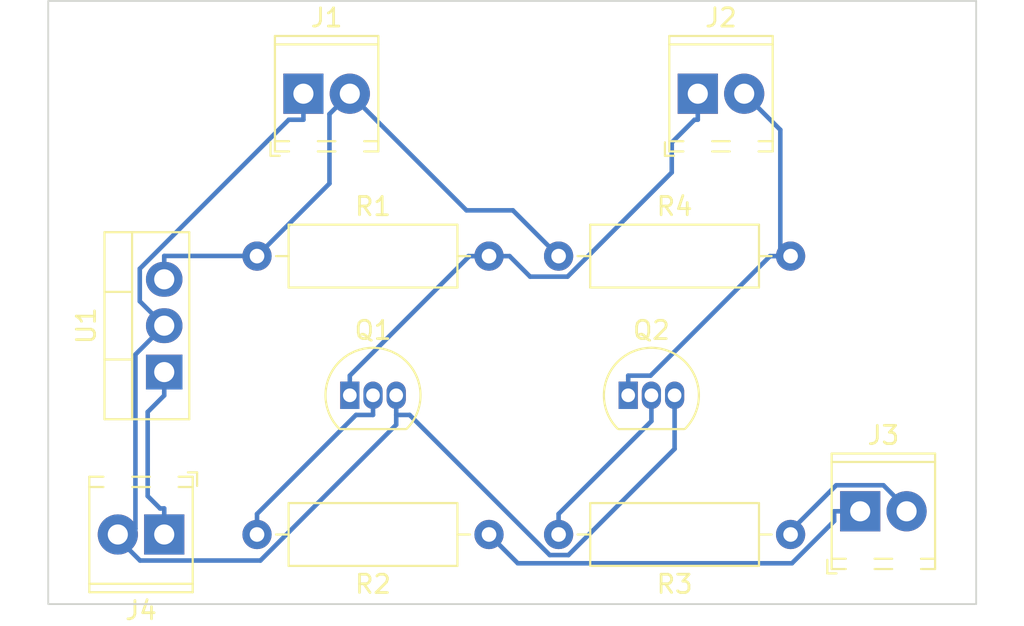
<source format=kicad_pcb>
(kicad_pcb (version 20211014) (generator pcbnew)
  (layers (0 "F.Cu" signal) (31 "B.Cu" signal) (34 "B.Paste" user) (35 "F.Paste" user) (36 "B.SilkS" user "B.Silkscreen") (37 "F.SilkS" user "F.Silkscreen") (38 "B.Mask" user) (39 "F.Mask" user) (44 "Edge.Cuts" user))
  (net 0 "")
  (net 1 "Rele_IN1")
  (net 2 "Motor_GND")
  (net 3 "Net-(Q1-Pad2)")
  (net 4 "Rele_IN2")
  (net 5 "Net-(Q2-Pad2)")
  (net 6 "Rele_VCC")
  (net 7 "PIN_D3")
  (net 8 "PIN_D4")
  (net 9 "+6V")
  (footprint "Package_TO_SOT_THT:TO-92_Inline" (layer "F.Cu") (at 171.45 67.31)
    (fp_text reference "Q1" (at 1.27 -3.56) (layer "F.SilkS"))
    (fp_text value "BC548")
    (fp_line (start -0.53 1.85) (end 3.07 1.85) (layer "F.SilkS") (width 0.12))
    (fp_arc (start 1.27 -2.6) (mid 3.672087 -0.994977) (end 3.108478 1.838478) (layer "F.SilkS") (width 0.12))
    (fp_arc (start -0.568478 1.838478) (mid -1.132087 -0.994977) (end 1.27 -2.6) (layer "F.SilkS") (width 0.12))
    (pad "1" thru_hole rect locked (at 0 0) (size 1.05 1.5) (drill 0.75) (layers *.Cu *.Mask) (net 1 "Rele_IN1"))
    (pad "2" thru_hole oval locked (at 1.27 0) (size 1.05 1.5) (drill 0.75) (layers *.Cu *.Mask) (net 3 "Net-(Q1-Pad2)"))
    (pad "3" thru_hole oval locked (at 2.54 0) (size 1.05 1.5) (drill 0.75) (layers *.Cu *.Mask) (net 2 "Motor_GND"))
  )
  (footprint "Package_TO_SOT_THT:TO-92_Inline" (layer "F.Cu") (at 186.69 67.31)
    (fp_text reference "Q2" (at 1.27 -3.56) (layer "F.SilkS"))
    (fp_text value "BC548")
    (fp_line (start -0.53 1.85) (end 3.07 1.85) (layer "F.SilkS") (width 0.12))
    (fp_arc (start 1.27 -2.6) (mid 3.672087 -0.994977) (end 3.108478 1.838478) (layer "F.SilkS") (width 0.12))
    (fp_arc (start -0.568478 1.838478) (mid -1.132087 -0.994977) (end 1.27 -2.6) (layer "F.SilkS") (width 0.12))
    (pad "1" thru_hole rect locked (at 0 0) (size 1.05 1.5) (drill 0.75) (layers *.Cu *.Mask) (net 4 "Rele_IN2"))
    (pad "2" thru_hole oval locked (at 1.27 0) (size 1.05 1.5) (drill 0.75) (layers *.Cu *.Mask) (net 5 "Net-(Q2-Pad2)"))
    (pad "3" thru_hole oval locked (at 2.54 0) (size 1.05 1.5) (drill 0.75) (layers *.Cu *.Mask) (net 2 "Motor_GND"))
  )
  (footprint "Resistor_THT:R_Axial_DIN0309_L9.0mm_D3.2mm_P12.70mm_Horizontal" (layer "F.Cu") (at 166.37 59.69)
    (fp_text reference "R1" (at 6.35 -2.72) (layer "F.SilkS"))
    (fp_text value "220")
    (fp_line (start 10.97 1.72) (end 10.97 -1.72) (layer "F.SilkS") (width 0.12))
    (fp_line (start 11.66 0) (end 10.97 0) (layer "F.SilkS") (width 0.12))
    (fp_line (start 10.97 -1.72) (end 1.73 -1.72) (layer "F.SilkS") (width 0.12))
    (fp_line (start 1.73 -1.72) (end 1.73 1.72) (layer "F.SilkS") (width 0.12))
    (fp_line (start 1.04 0) (end 1.73 0) (layer "F.SilkS") (width 0.12))
    (fp_line (start 1.73 1.72) (end 10.97 1.72) (layer "F.SilkS") (width 0.12))
    (pad "1" thru_hole circle locked (at 0 0) (size 1.6 1.6) (drill 0.8) (layers *.Cu *.Mask) (net 6 "Rele_VCC"))
    (pad "2" thru_hole oval locked (at 12.7 0) (size 1.6 1.6) (drill 0.8) (layers *.Cu *.Mask) (net 1 "Rele_IN1"))
  )
  (footprint "Resistor_THT:R_Axial_DIN0309_L9.0mm_D3.2mm_P12.70mm_Horizontal" (layer "F.Cu") (at 179.07 74.93 180)
    (fp_text reference "R2" (at 6.35 -2.72) (layer "F.SilkS"))
    (fp_text value "2k2")
    (fp_line (start 11.66 0) (end 10.97 0) (layer "F.SilkS") (width 0.12))
    (fp_line (start 10.97 -1.72) (end 1.73 -1.72) (layer "F.SilkS") (width 0.12))
    (fp_line (start 1.73 -1.72) (end 1.73 1.72) (layer "F.SilkS") (width 0.12))
    (fp_line (start 1.04 0) (end 1.73 0) (layer "F.SilkS") (width 0.12))
    (fp_line (start 10.97 1.72) (end 10.97 -1.72) (layer "F.SilkS") (width 0.12))
    (fp_line (start 1.73 1.72) (end 10.97 1.72) (layer "F.SilkS") (width 0.12))
    (pad "1" thru_hole circle locked (at 0 0 180) (size 1.6 1.6) (drill 0.8) (layers *.Cu *.Mask) (net 7 "PIN_D3"))
    (pad "2" thru_hole oval locked (at 12.7 0 180) (size 1.6 1.6) (drill 0.8) (layers *.Cu *.Mask) (net 3 "Net-(Q1-Pad2)"))
  )
  (footprint "Resistor_THT:R_Axial_DIN0309_L9.0mm_D3.2mm_P12.70mm_Horizontal" (layer "F.Cu") (at 195.58 74.93 180)
    (fp_text reference "R3" (at 6.35 -2.72) (layer "F.SilkS"))
    (fp_text value "2k2")
    (fp_line (start 10.97 -1.72) (end 1.73 -1.72) (layer "F.SilkS") (width 0.12))
    (fp_line (start 11.66 0) (end 10.97 0) (layer "F.SilkS") (width 0.12))
    (fp_line (start 1.73 1.72) (end 10.97 1.72) (layer "F.SilkS") (width 0.12))
    (fp_line (start 1.04 0) (end 1.73 0) (layer "F.SilkS") (width 0.12))
    (fp_line (start 1.73 -1.72) (end 1.73 1.72) (layer "F.SilkS") (width 0.12))
    (fp_line (start 10.97 1.72) (end 10.97 -1.72) (layer "F.SilkS") (width 0.12))
    (pad "1" thru_hole circle locked (at 0 0 180) (size 1.6 1.6) (drill 0.8) (layers *.Cu *.Mask) (net 8 "PIN_D4"))
    (pad "2" thru_hole oval locked (at 12.7 0 180) (size 1.6 1.6) (drill 0.8) (layers *.Cu *.Mask) (net 5 "Net-(Q2-Pad2)"))
  )
  (footprint "Resistor_THT:R_Axial_DIN0309_L9.0mm_D3.2mm_P12.70mm_Horizontal" (layer "F.Cu") (at 182.88 59.69)
    (fp_text reference "R4" (at 6.35 -2.72) (layer "F.SilkS"))
    (fp_text value "220")
    (fp_line (start 10.97 1.72) (end 10.97 -1.72) (layer "F.SilkS") (width 0.12))
    (fp_line (start 10.97 -1.72) (end 1.73 -1.72) (layer "F.SilkS") (width 0.12))
    (fp_line (start 1.73 -1.72) (end 1.73 1.72) (layer "F.SilkS") (width 0.12))
    (fp_line (start 11.66 0) (end 10.97 0) (layer "F.SilkS") (width 0.12))
    (fp_line (start 1.73 1.72) (end 10.97 1.72) (layer "F.SilkS") (width 0.12))
    (fp_line (start 1.04 0) (end 1.73 0) (layer "F.SilkS") (width 0.12))
    (pad "1" thru_hole circle locked (at 0 0) (size 1.6 1.6) (drill 0.8) (layers *.Cu *.Mask) (net 6 "Rele_VCC"))
    (pad "2" thru_hole oval locked (at 12.7 0) (size 1.6 1.6) (drill 0.8) (layers *.Cu *.Mask) (net 4 "Rele_IN2"))
  )
  (footprint "Package_TO_SOT_THT:TO-220-3_Vertical" (layer "F.Cu") (at 161.29 66.04 90)
    (fp_text reference "U1" (at 2.54 -4.27 90) (layer "F.SilkS"))
    (fp_text value "L7805")
    (fp_line (start -2.58 -3.27) (end 7.66 -3.27) (layer "F.SilkS") (width 0.12))
    (fp_line (start -2.58 -1.76) (end 7.66 -1.76) (layer "F.SilkS") (width 0.12))
    (fp_line (start 0.69 -3.27) (end 0.69 -1.76) (layer "F.SilkS") (width 0.12))
    (fp_line (start -2.58 1.371) (end 7.66 1.371) (layer "F.SilkS") (width 0.12))
    (fp_line (start 7.66 -3.27) (end 7.66 1.371) (layer "F.SilkS") (width 0.12))
    (fp_line (start -2.58 -3.27) (end -2.58 1.371) (layer "F.SilkS") (width 0.12))
    (fp_line (start 4.391 -3.27) (end 4.391 -1.76) (layer "F.SilkS") (width 0.12))
    (pad "1" thru_hole rect locked (at 0 0 90) (size 1.905 2) (drill 1.1) (layers *.Cu *.Mask) (net 9 "+6V"))
    (pad "2" thru_hole oval locked (at 2.54 0 90) (size 1.905 2) (drill 1.1) (layers *.Cu *.Mask) (net 2 "Motor_GND"))
    (pad "3" thru_hole oval locked (at 5.08 0 90) (size 1.905 2) (drill 1.1) (layers *.Cu *.Mask) (net 6 "Rele_VCC"))
  )
  (footprint "TerminalBlock_Phoenix:TerminalBlock_Phoenix_MPT-0,5-2-2.54_1x02_P2.54mm_Horizontal" (layer "F.Cu") (at 168.91 50.8)
    (fp_text reference "J1" (at 1.27 -4.16) (layer "F.SilkS"))
    (fp_text value "Conn_01x02_Female")
    (fp_line (start -1.56 2.6) (end -0.79 2.6) (layer "F.SilkS") (width 0.12))
    (fp_line (start -1.8 2.66) (end -1.8 3.4) (layer "F.SilkS") (width 0.12))
    (fp_line (start 4.1 -3.16) (end 4.1 3.16) (layer "F.SilkS") (width 0.12))
    (fp_line (start -1.56 -3.16) (end 4.1 -3.16) (layer "F.SilkS") (width 0.12))
    (fp_line (start -1.56 -2.7) (end 4.1 -2.7) (layer "F.SilkS") (width 0.12))
    (fp_line (start 0.79 2.6) (end 1.75 2.6) (layer "F.SilkS") (width 0.12))
    (fp_line (start -1.56 -3.16) (end -1.56 3.16) (layer "F.SilkS") (width 0.12))
    (fp_line (start 3.33 3.16) (end 4.1 3.16) (layer "F.SilkS") (width 0.12))
    (fp_line (start 3.33 2.6) (end 4.1 2.6) (layer "F.SilkS") (width 0.12))
    (fp_line (start 0.79 3.16) (end 1.75 3.16) (layer "F.SilkS") (width 0.12))
    (fp_line (start -1.8 3.4) (end -1.3 3.4) (layer "F.SilkS") (width 0.12))
    (fp_line (start -1.56 3.16) (end -0.79 3.16) (layer "F.SilkS") (width 0.12))
    (pad "" np_thru_hole circle locked (at 0 2.54) (size 1.1 1.1) (drill 1.1) (layers *.Cu *.Mask))
    (pad "" np_thru_hole circle locked (at 2.54 2.54) (size 1.1 1.1) (drill 1.1) (layers *.Cu *.Mask))
    (pad "1" thru_hole rect locked (at 0 0) (size 2.2 2.2) (drill 1.1) (layers *.Cu *.Mask) (net 2 "Motor_GND"))
    (pad "2" thru_hole circle locked (at 2.54 0) (size 2.2 2.2) (drill 1.1) (layers *.Cu *.Mask) (net 6 "Rele_VCC"))
  )
  (footprint "TerminalBlock_Phoenix:TerminalBlock_Phoenix_MPT-0,5-2-2.54_1x02_P2.54mm_Horizontal" (layer "F.Cu") (at 190.5 50.8)
    (fp_text reference "J2" (at 1.27 -4.16) (layer "F.SilkS"))
    (fp_text value "Conn_01x02_Female")
    (fp_line (start -1.8 2.66) (end -1.8 3.4) (layer "F.SilkS") (width 0.12))
    (fp_line (start -1.56 -3.16) (end -1.56 3.16) (layer "F.SilkS") (width 0.12))
    (fp_line (start -1.56 2.6) (end -0.79 2.6) (layer "F.SilkS") (width 0.12))
    (fp_line (start 0.79 3.16) (end 1.75 3.16) (layer "F.SilkS") (width 0.12))
    (fp_line (start 3.33 3.16) (end 4.1 3.16) (layer "F.SilkS") (width 0.12))
    (fp_line (start 4.1 -3.16) (end 4.1 3.16) (layer "F.SilkS") (width 0.12))
    (fp_line (start -1.56 3.16) (end -0.79 3.16) (layer "F.SilkS") (width 0.12))
    (fp_line (start -1.8 3.4) (end -1.3 3.4) (layer "F.SilkS") (width 0.12))
    (fp_line (start 0.79 2.6) (end 1.75 2.6) (layer "F.SilkS") (width 0.12))
    (fp_line (start -1.56 -3.16) (end 4.1 -3.16) (layer "F.SilkS") (width 0.12))
    (fp_line (start 3.33 2.6) (end 4.1 2.6) (layer "F.SilkS") (width 0.12))
    (fp_line (start -1.56 -2.7) (end 4.1 -2.7) (layer "F.SilkS") (width 0.12))
    (pad "" np_thru_hole circle locked (at 2.54 2.54) (size 1.1 1.1) (drill 1.1) (layers *.Cu *.Mask))
    (pad "" np_thru_hole circle locked (at 0 2.54) (size 1.1 1.1) (drill 1.1) (layers *.Cu *.Mask))
    (pad "1" thru_hole rect locked (at 0 0) (size 2.2 2.2) (drill 1.1) (layers *.Cu *.Mask) (net 1 "Rele_IN1"))
    (pad "2" thru_hole circle locked (at 2.54 0) (size 2.2 2.2) (drill 1.1) (layers *.Cu *.Mask) (net 4 "Rele_IN2"))
  )
  (footprint "TerminalBlock_Phoenix:TerminalBlock_Phoenix_MPT-0,5-2-2.54_1x02_P2.54mm_Horizontal" (layer "F.Cu") (at 199.39 73.66)
    (fp_text reference "J3" (at 1.27 -4.16) (layer "F.SilkS"))
    (fp_text value "Conn_01x02_Female")
    (fp_line (start -1.56 3.16) (end -0.79 3.16) (layer "F.SilkS") (width 0.12))
    (fp_line (start -1.56 -3.16) (end 4.1 -3.16) (layer "F.SilkS") (width 0.12))
    (fp_line (start 0.79 2.6) (end 1.75 2.6) (layer "F.SilkS") (width 0.12))
    (fp_line (start -1.56 -3.16) (end -1.56 3.16) (layer "F.SilkS") (width 0.12))
    (fp_line (start -1.8 2.66) (end -1.8 3.4) (layer "F.SilkS") (width 0.12))
    (fp_line (start -1.56 -2.7) (end 4.1 -2.7) (layer "F.SilkS") (width 0.12))
    (fp_line (start 3.33 2.6) (end 4.1 2.6) (layer "F.SilkS") (width 0.12))
    (fp_line (start -1.8 3.4) (end -1.3 3.4) (layer "F.SilkS") (width 0.12))
    (fp_line (start 0.79 3.16) (end 1.75 3.16) (layer "F.SilkS") (width 0.12))
    (fp_line (start 4.1 -3.16) (end 4.1 3.16) (layer "F.SilkS") (width 0.12))
    (fp_line (start -1.56 2.6) (end -0.79 2.6) (layer "F.SilkS") (width 0.12))
    (fp_line (start 3.33 3.16) (end 4.1 3.16) (layer "F.SilkS") (width 0.12))
    (pad "" np_thru_hole circle locked (at 2.54 2.54) (size 1.1 1.1) (drill 1.1) (layers *.Cu *.Mask))
    (pad "" np_thru_hole circle locked (at 0 2.54) (size 1.1 1.1) (drill 1.1) (layers *.Cu *.Mask))
    (pad "1" thru_hole rect locked (at 0 0) (size 2.2 2.2) (drill 1.1) (layers *.Cu *.Mask) (net 7 "PIN_D3"))
    (pad "2" thru_hole circle locked (at 2.54 0) (size 2.2 2.2) (drill 1.1) (layers *.Cu *.Mask) (net 8 "PIN_D4"))
  )
  (footprint "TerminalBlock_Phoenix:TerminalBlock_Phoenix_MPT-0,5-2-2.54_1x02_P2.54mm_Horizontal" (layer "F.Cu") (at 161.29 74.93 180)
    (fp_text reference "J4" (at 1.27 -4.16) (layer "F.SilkS"))
    (fp_text value "Conn_01x02_Female")
    (fp_line (start -1.8 2.66) (end -1.8 3.4) (layer "F.SilkS") (width 0.12))
    (fp_line (start -1.56 3.16) (end -0.79 3.16) (layer "F.SilkS") (width 0.12))
    (fp_line (start 4.1 -3.16) (end 4.1 3.16) (layer "F.SilkS") (width 0.12))
    (fp_line (start -1.56 -3.16) (end 4.1 -3.16) (layer "F.SilkS") (width 0.12))
    (fp_line (start 0.79 2.6) (end 1.75 2.6) (layer "F.SilkS") (width 0.12))
    (fp_line (start -1.8 3.4) (end -1.3 3.4) (layer "F.SilkS") (width 0.12))
    (fp_line (start 3.33 2.6) (end 4.1 2.6) (layer "F.SilkS") (width 0.12))
    (fp_line (start 3.33 3.16) (end 4.1 3.16) (layer "F.SilkS") (width 0.12))
    (fp_line (start -1.56 2.6) (end -0.79 2.6) (layer "F.SilkS") (width 0.12))
    (fp_line (start 0.79 3.16) (end 1.75 3.16) (layer "F.SilkS") (width 0.12))
    (fp_line (start -1.56 -2.7) (end 4.1 -2.7) (layer "F.SilkS") (width 0.12))
    (fp_line (start -1.56 -3.16) (end -1.56 3.16) (layer "F.SilkS") (width 0.12))
    (pad "" np_thru_hole circle locked (at 2.54 2.54 180) (size 1.1 1.1) (drill 1.1) (layers *.Cu *.Mask))
    (pad "" np_thru_hole circle locked (at 0 2.54 180) (size 1.1 1.1) (drill 1.1) (layers *.Cu *.Mask))
    (pad "1" thru_hole rect locked (at 0 0 180) (size 2.2 2.2) (drill 1.1) (layers *.Cu *.Mask) (net 9 "+6V"))
    (pad "2" thru_hole circle locked (at 2.54 0 180) (size 2.2 2.2) (drill 1.1) (layers *.Cu *.Mask) (net 2 "Motor_GND"))
  )
  (gr_poly (pts (xy 205.74 78.74) (xy 154.94 78.74) (xy 154.94 45.72) (xy 205.74 45.72)) (layer "Edge.Cuts") (width 0.1) (fill none))
  (segment (start 190.5 52.2253) (end 190.3217 52.2253) (width 0.25) (layer "B.Cu") (net 1))
  (segment (start 179.07 59.69) (end 177.9447 59.69) (width 0.25) (layer "B.Cu") (net 1))
  (segment (start 171.45 66.2347) (end 177.9447 59.74) (width 0.25) (layer "B.Cu") (net 1))
  (segment (start 190.5 50.8) (end 190.5 52.2253) (width 0.25) (layer "B.Cu") (net 1))
  (segment (start 189.0747 55.1097) (end 183.3691 60.8153) (width 0.25) (layer "B.Cu") (net 1))
  (segment (start 189.0747 53.4723) (end 189.0747 55.1097) (width 0.25) (layer "B.Cu") (net 1))
  (segment (start 179.07 59.69) (end 180.1953 59.69) (width 0.25) (layer "B.Cu") (net 1))
  (segment (start 171.45 67.31) (end 171.45 66.2347) (width 0.25) (layer "B.Cu") (net 1))
  (segment (start 190.3217 52.2253) (end 189.0747 53.4723) (width 0.25) (layer "B.Cu") (net 1))
  (segment (start 181.3206 60.8153) (end 180.1953 59.69) (width 0.25) (layer "B.Cu") (net 1))
  (segment (start 183.3691 60.8153) (end 181.3206 60.8153) (width 0.25) (layer "B.Cu") (net 1))
  (segment (start 177.9447 59.74) (end 177.9447 59.69) (width 0.25) (layer "B.Cu") (net 1))
  (segment (start 182.3937 76.0553) (end 174.7237 68.3853) (width 0.25) (layer "B.Cu") (net 2))
  (segment (start 173.99 68.9214) (end 166.556 76.3554) (width 0.25) (layer "B.Cu") (net 2))
  (segment (start 159.9518 62.1618) (end 161.29 63.5) (width 0.25) (layer "B.Cu") (net 2))
  (segment (start 159.4001 75.7902) (end 159.4001 74.93) (width 0.25) (layer "B.Cu") (net 2))
  (segment (start 159.9653 76.3554) (end 159.4001 75.7902) (width 0.25) (layer "B.Cu") (net 2))
  (segment (start 159.9518 60.3818) (end 159.9518 62.1618) (width 0.25) (layer "B.Cu") (net 2))
  (segment (start 166.556 76.3554) (end 159.9653 76.3554) (width 0.25) (layer "B.Cu") (net 2))
  (segment (start 159.4001 74.93) (end 158.75 74.93) (width 0.25) (layer "B.Cu") (net 2))
  (segment (start 168.91 52.2253) (end 168.1083 52.2253) (width 0.25) (layer "B.Cu") (net 2))
  (segment (start 189.23 67.31) (end 189.23 70.2434) (width 0.25) (layer "B.Cu") (net 2))
  (segment (start 183.4181 76.0553) (end 182.3937 76.0553) (width 0.25) (layer "B.Cu") (net 2))
  (segment (start 159.7141 74.616) (end 159.7141 65.0759) (width 0.25) (layer "B.Cu") (net 2))
  (segment (start 159.7141 65.0759) (end 161.29 63.5) (width 0.25) (layer "B.Cu") (net 2))
  (segment (start 168.91 50.8) (end 168.91 52.2253) (width 0.25) (layer "B.Cu") (net 2))
  (segment (start 189.23 70.2434) (end 183.4181 76.0553) (width 0.25) (layer "B.Cu") (net 2))
  (segment (start 173.99 67.31) (end 173.99 68.3853) (width 0.25) (layer "B.Cu") (net 2))
  (segment (start 168.1083 52.2253) (end 159.9518 60.3818) (width 0.25) (layer "B.Cu") (net 2))
  (segment (start 174.7237 68.3853) (end 173.99 68.3853) (width 0.25) (layer "B.Cu") (net 2))
  (segment (start 173.99 68.3853) (end 173.99 68.9214) (width 0.25) (layer "B.Cu") (net 2))
  (segment (start 159.4001 74.93) (end 159.7141 74.616) (width 0.25) (layer "B.Cu") (net 2))
  (segment (start 166.37 74.93) (end 166.37 73.8047) (width 0.25) (layer "B.Cu") (net 3))
  (segment (start 172.72 68.3853) (end 171.7894 68.3853) (width 0.25) (layer "B.Cu") (net 3))
  (segment (start 172.72 67.31) (end 172.72 68.3853) (width 0.25) (layer "B.Cu") (net 3))
  (segment (start 171.7894 68.3853) (end 166.37 73.8047) (width 0.25) (layer "B.Cu") (net 3))
  (segment (start 187.91 66.2347) (end 194.4547 59.69) (width 0.25) (layer "B.Cu") (net 4))
  (segment (start 186.69 66.2347) (end 187.91 66.2347) (width 0.25) (layer "B.Cu") (net 4))
  (segment (start 195.0174 59.69) (end 195.0174 52.7774) (width 0.25) (layer "B.Cu") (net 4))
  (segment (start 195.58 59.69) (end 195.0174 59.69) (width 0.25) (layer "B.Cu") (net 4))
  (segment (start 186.69 67.31) (end 186.69 66.2347) (width 0.25) (layer "B.Cu") (net 4))
  (segment (start 195.0174 59.69) (end 194.4547 59.69) (width 0.25) (layer "B.Cu") (net 4))
  (segment (start 195.0174 52.7774) (end 193.04 50.8) (width 0.25) (layer "B.Cu") (net 4))
  (segment (start 182.88 74.93) (end 182.88 73.8047) (width 0.25) (layer "B.Cu") (net 5))
  (segment (start 187.96 68.7247) (end 182.88 73.8047) (width 0.25) (layer "B.Cu") (net 5))
  (segment (start 187.96 67.31) (end 187.96 68.7247) (width 0.25) (layer "B.Cu") (net 5))
  (segment (start 180.3753 57.1852) (end 177.8352 57.1852) (width 0.25) (layer "B.Cu") (net 6))
  (segment (start 166.37 59.6822) (end 170.3354 55.7168) (width 0.25) (layer "B.Cu") (net 6))
  (segment (start 166.37 59.6822) (end 161.29 59.6822) (width 0.25) (layer "B.Cu") (net 6))
  (segment (start 180.3753 57.1853) (end 180.3753 57.1852) (width 0.25) (layer "B.Cu") (net 6))
  (segment (start 166.37 59.69) (end 166.37 59.6822) (width 0.25) (layer "B.Cu") (net 6))
  (segment (start 161.29 60.96) (end 161.29 59.6822) (width 0.25) (layer "B.Cu") (net 6))
  (segment (start 170.3354 51.9146) (end 171.45 50.8) (width 0.25) (layer "B.Cu") (net 6))
  (segment (start 170.3354 55.7168) (end 170.3354 51.9146) (width 0.25) (layer "B.Cu") (net 6))
  (segment (start 177.8352 57.1852) (end 171.45 50.8) (width 0.25) (layer "B.Cu") (net 6))
  (segment (start 182.88 59.69) (end 180.3753 57.1853) (width 0.25) (layer "B.Cu") (net 6))
  (segment (start 179.07 74.93) (end 180.6457 76.5057) (width 0.25) (layer "B.Cu") (net 7))
  (segment (start 180.6457 76.5057) (end 195.6535 76.5057) (width 0.25) (layer "B.Cu") (net 7))
  (segment (start 197.9647 74.1945) (end 197.9647 73.66) (width 0.25) (layer "B.Cu") (net 7))
  (segment (start 195.6535 76.5057) (end 197.9647 74.1945) (width 0.25) (layer "B.Cu") (net 7))
  (segment (start 199.39 73.66) (end 197.9647 73.66) (width 0.25) (layer "B.Cu") (net 7))
  (segment (start 201.93 73.5046) (end 201.93 73.66) (width 0.25) (layer "B.Cu") (net 8))
  (segment (start 200.66 72.2346) (end 201.93 73.5046) (width 0.25) (layer "B.Cu") (net 8))
  (segment (start 198.079 72.2346) (end 200.66 72.2346) (width 0.25) (layer "B.Cu") (net 8))
  (segment (start 195.58 74.93) (end 195.58 74.7336) (width 0.25) (layer "B.Cu") (net 8))
  (segment (start 195.58 74.7336) (end 198.079 72.2346) (width 0.25) (layer "B.Cu") (net 8))
  (segment (start 161.0635 73.5047) (end 161.29 73.5047) (width 0.25) (layer "B.Cu") (net 9))
  (segment (start 161.29 67.3178) (end 160.3844 68.2234) (width 0.25) (layer "B.Cu") (net 9))
  (segment (start 161.29 66.04) (end 161.29 67.3178) (width 0.25) (layer "B.Cu") (net 9))
  (segment (start 160.3844 68.2234) (end 160.3844 72.8256) (width 0.25) (layer "B.Cu") (net 9))
  (segment (start 161.29 74.93) (end 161.29 73.5047) (width 0.25) (layer "B.Cu") (net 9))
  (segment (start 160.3844 72.8256) (end 161.0635 73.5047) (width 0.25) (layer "B.Cu") (net 9))
)
</source>
